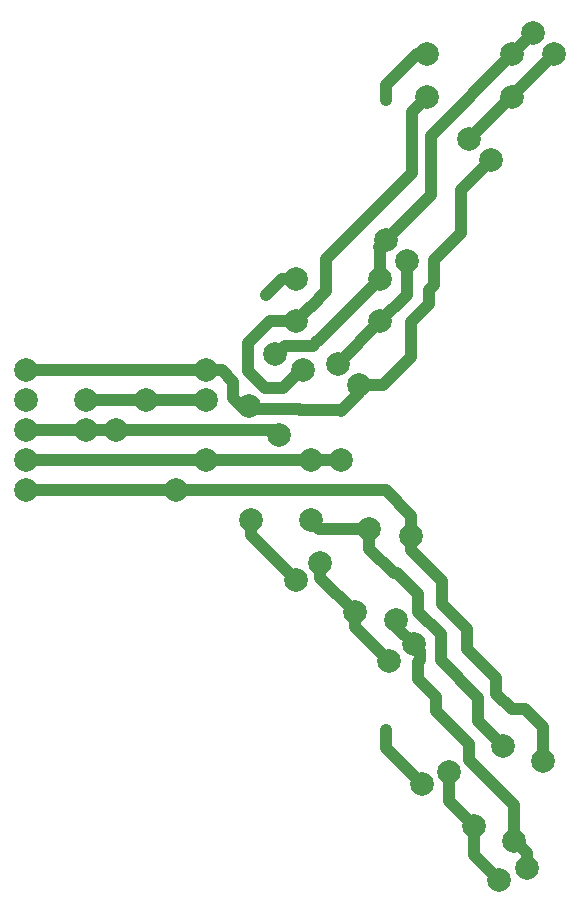
<source format=gbr>
G04 #@! TF.GenerationSoftware,KiCad,Pcbnew,(6.0.10)*
G04 #@! TF.CreationDate,2025-01-22T22:04:58+09:00*
G04 #@! TF.ProjectId,LINE_,4c494e45-4d2e-46b6-9963-61645f706362,rev?*
G04 #@! TF.SameCoordinates,Original*
G04 #@! TF.FileFunction,Copper,L1,Top*
G04 #@! TF.FilePolarity,Positive*
%FSLAX46Y46*%
G04 Gerber Fmt 4.6, Leading zero omitted, Abs format (unit mm)*
G04 Created by KiCad (PCBNEW (6.0.10)) date 2025-01-22 22:04:58*
%MOMM*%
%LPD*%
G01*
G04 APERTURE LIST*
G04 #@! TA.AperFunction,ComponentPad*
%ADD10C,2.000000*%
G04 #@! TD*
G04 #@! TA.AperFunction,Conductor*
%ADD11C,1.000000*%
G04 #@! TD*
G04 APERTURE END LIST*
D10*
X71760000Y5140000D03*
X69720000Y-410000D03*
X69400000Y6450000D03*
X67200000Y2060000D03*
X67310000Y-7620000D03*
X72390000Y-7620000D03*
X72390000Y-2540000D03*
X74930000Y-2540000D03*
X71120000Y9235540D03*
X71120000Y12827642D03*
X78304204Y12827642D03*
X78304204Y9235540D03*
X78740000Y16138028D03*
X80536051Y14341977D03*
X89426051Y28248154D03*
X89426051Y31840256D03*
X82241847Y31840256D03*
X82241847Y28248154D03*
X91222103Y33636307D03*
X93018154Y31840256D03*
X76508153Y3847386D03*
X74712102Y5643437D03*
X87630000Y22860000D03*
X85833949Y24656051D03*
X48260000Y5080000D03*
X48260000Y2540000D03*
X48260000Y0D03*
X48260000Y-2500000D03*
X48260000Y-5080000D03*
X77361939Y-8329349D03*
X80899469Y-8953111D03*
X79651945Y-16028171D03*
X76114415Y-15404409D03*
X63500000Y5080000D03*
X63500000Y2540000D03*
X88374269Y-38100000D03*
X90676291Y-37026549D03*
X84080469Y-28891912D03*
X81778447Y-29965363D03*
X88684512Y-26745013D03*
X92059984Y-27973584D03*
X89602841Y-34724528D03*
X86227370Y-33495957D03*
X58420000Y2539999D03*
X55880001Y-1D03*
X60960000Y-5080000D03*
X63500000Y-2540001D03*
X53340000Y0D03*
X53340000Y2540000D03*
X73200646Y-11243116D03*
X71120000Y-12700000D03*
X79028184Y-19565701D03*
X81108830Y-18108817D03*
D11*
X77361939Y-10031939D02*
X77361939Y-8329349D01*
X79430000Y-12100000D02*
X77361939Y-10031939D01*
X83400000Y-17270000D02*
X81520000Y-15390000D01*
X79730000Y-12100000D02*
X79430000Y-12100000D01*
X83400000Y-19480000D02*
X83400000Y-17270000D01*
X86540000Y-22620000D02*
X83400000Y-19480000D01*
X81520000Y-15390000D02*
X81520000Y-13890000D01*
X86540000Y-24600501D02*
X86540000Y-22620000D01*
X81520000Y-13890000D02*
X79730000Y-12100000D01*
X88684512Y-26745013D02*
X86540000Y-24600501D01*
X92059984Y-25139984D02*
X92059984Y-27973584D01*
X90510000Y-23590000D02*
X92059984Y-25139984D01*
X89420000Y-23590000D02*
X90510000Y-23590000D01*
X88110000Y-20970000D02*
X88110000Y-22280000D01*
X88110000Y-22280000D02*
X89420000Y-23590000D01*
X85640000Y-18500000D02*
X88110000Y-20970000D01*
X85640000Y-16820000D02*
X85640000Y-18500000D01*
X83520000Y-12770000D02*
X83520000Y-14700000D01*
X80899469Y-10149469D02*
X83520000Y-12770000D01*
X83520000Y-14700000D02*
X85640000Y-16820000D01*
X80899469Y-8953111D02*
X80899469Y-10149469D01*
X64850000Y5080000D02*
X63500000Y5080000D01*
X65800000Y4130000D02*
X64850000Y5080000D01*
X65800000Y2760000D02*
X65800000Y4130000D01*
X66710000Y1850000D02*
X65800000Y2760000D01*
X71400000Y1850000D02*
X66710000Y1850000D01*
X71530000Y1720000D02*
X71400000Y1850000D01*
X74900000Y1720000D02*
X71530000Y1720000D01*
X75000000Y1620000D02*
X74900000Y1720000D01*
X76508153Y3128153D02*
X75000000Y1620000D01*
X76508153Y3847386D02*
X76508153Y3128153D01*
X72945540Y7535540D02*
X72590000Y7180000D01*
X72590000Y7180000D02*
X70240000Y7180000D01*
X70240000Y7180000D02*
X69520000Y6460000D01*
X73012102Y7535540D02*
X72945540Y7535540D01*
X78304204Y12827642D02*
X73012102Y7535540D01*
X63500000Y-2540001D02*
X74930000Y-2540000D01*
X63500000Y-2540001D02*
X63640001Y-2400000D01*
X70010000Y3580000D02*
X71740000Y5310000D01*
X71740000Y5310000D02*
X71750000Y5310000D01*
X68540000Y3580000D02*
X70010000Y3580000D01*
X67060000Y5060000D02*
X68540000Y3580000D01*
X67060000Y7370000D02*
X67060000Y5060000D01*
X68925540Y9235540D02*
X67060000Y7370000D01*
X71120000Y9235540D02*
X68925540Y9235540D01*
X63910000Y5080000D02*
X48260000Y5080000D01*
X55880001Y-1D02*
X69850000Y0D01*
X78740000Y29210000D02*
X78740000Y27940000D01*
X82241847Y31840256D02*
X81370256Y31840256D01*
X81370256Y31840256D02*
X78740000Y29210000D01*
X69977642Y12827642D02*
X68580000Y11430000D01*
X71120000Y12827642D02*
X69977642Y12827642D01*
X78740000Y-26926916D02*
X78740000Y-25400000D01*
X81778447Y-29965363D02*
X78740000Y-26926916D01*
X67310000Y-8890000D02*
X67310000Y-7620000D01*
X71120000Y-12700000D02*
X67310000Y-8890000D01*
X81680000Y-18679987D02*
X81108830Y-18108817D01*
X81680000Y-19400000D02*
X81680000Y-18679987D01*
X81450000Y-19630000D02*
X81680000Y-19400000D01*
X81450000Y-21050000D02*
X81450000Y-19630000D01*
X82970000Y-22570000D02*
X81450000Y-21050000D01*
X82970000Y-23730000D02*
X82970000Y-22570000D01*
X85820000Y-26580000D02*
X82970000Y-23730000D01*
X85820000Y-27900000D02*
X85820000Y-26580000D01*
X89602841Y-31682841D02*
X85820000Y-27900000D01*
X89602841Y-34724528D02*
X89602841Y-31682841D01*
X90676291Y-35797978D02*
X89602841Y-34724528D01*
X90676291Y-37026549D02*
X90676291Y-35797978D01*
X86227370Y-35953101D02*
X88374269Y-38100000D01*
X86227370Y-33495957D02*
X86227370Y-35953101D01*
X84080469Y-31349056D02*
X86227370Y-33495957D01*
X84080469Y-28891912D02*
X84080469Y-31349056D01*
X79651945Y-16651932D02*
X81108830Y-18108817D01*
X79651945Y-16028171D02*
X79651945Y-16651932D01*
X76114415Y-16651932D02*
X79028184Y-19565701D01*
X76114415Y-15404409D02*
X76114415Y-16651932D01*
X73200646Y-12490640D02*
X76114415Y-15404409D01*
X73200646Y-11243116D02*
X73200646Y-12490640D01*
X73099349Y-8329349D02*
X72390000Y-7620000D01*
X77361939Y-8329349D02*
X73099349Y-8329349D01*
X80899469Y-7239469D02*
X80899469Y-8953111D01*
X78740000Y-5080000D02*
X80899469Y-7239469D01*
X60960000Y-5080000D02*
X78740000Y-5080000D01*
X72374460Y10490000D02*
X71120000Y9235540D01*
X72410000Y10490000D02*
X72374460Y10490000D01*
X73690000Y14510000D02*
X73690000Y11770000D01*
X80940000Y21760000D02*
X73690000Y14510000D01*
X73690000Y11770000D02*
X72410000Y10490000D01*
X80940000Y26946307D02*
X80940000Y21760000D01*
X82241847Y28248154D02*
X80940000Y26946307D01*
X78557386Y3847386D02*
X76508153Y3847386D01*
X80890000Y6180000D02*
X78557386Y3847386D01*
X80890000Y9190000D02*
X80890000Y6180000D01*
X82380000Y10680000D02*
X80890000Y9190000D01*
X82380000Y11890000D02*
X82380000Y10680000D01*
X82830000Y12340000D02*
X82380000Y11890000D01*
X82830000Y14420000D02*
X82830000Y12340000D01*
X85090000Y16680000D02*
X82830000Y14420000D01*
X85090000Y20320000D02*
X85090000Y16680000D01*
X87630000Y22860000D02*
X85090000Y20320000D01*
X78304204Y9235540D02*
X74712102Y5643437D01*
X80536051Y11467387D02*
X78304204Y9235540D01*
X80536051Y14341977D02*
X80536051Y11467387D01*
X78304204Y15445796D02*
X78304204Y12827642D01*
X78190000Y15560000D02*
X78304204Y15445796D01*
X78740000Y16110000D02*
X78190000Y15560000D01*
X78740000Y16138028D02*
X78740000Y16110000D01*
X82550000Y19948028D02*
X78740000Y16138028D01*
X82550000Y24964205D02*
X82550000Y19948028D01*
X93018154Y31840256D02*
X85833949Y24656051D01*
X89426051Y31840256D02*
X91222103Y33636307D01*
X82550000Y24964205D02*
X89426051Y31840256D01*
X48260000Y-5080000D02*
X60960000Y-5080000D01*
X63459999Y-2500000D02*
X63500000Y-2540001D01*
X48260000Y-2500000D02*
X63459999Y-2500000D01*
X48260000Y0D02*
X55880001Y-1D01*
X53340000Y2540000D02*
X63500000Y2540000D01*
M02*

</source>
